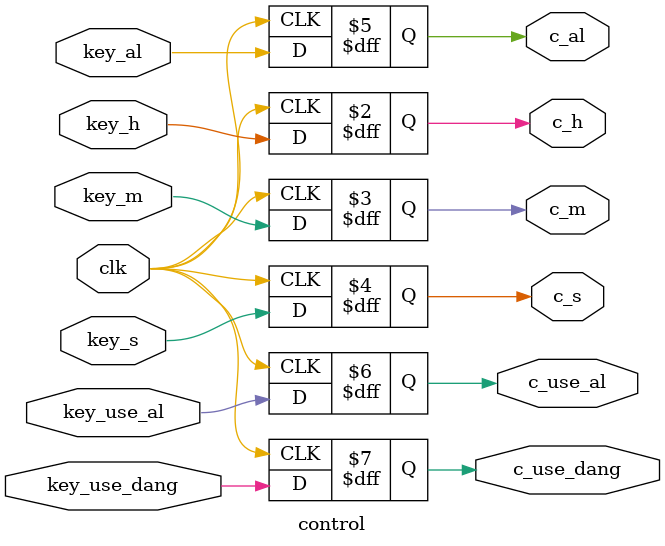
<source format=v>
`timescale 1ns / 1ps

module control(clk,key_h,key_m,key_s,key_al,key_use_al,key_use_dang,c_h,c_m,c_s,c_al,c_use_al,c_use_dang);
input clk,key_h,key_m,key_s,key_al,key_use_al,key_use_dang; // Ê±ÖÓÐÅºÅÒÔ¼°°´¼üÊäÈëÐÅºÅ
output reg c_h,c_m,c_s,c_al,c_use_al,c_use_dang; // Êä³ö¿ØÖÆÐÅºÅ¿ØÖÆÆäËûÄ£¿é

always@(posedge clk)
begin
    c_h <= key_h;
    c_m <= key_m;
    c_s <= key_s;
    c_al <= key_al;
    c_use_al <= key_use_al;
    c_use_dang <= key_use_dang;
end
 
endmodule

</source>
